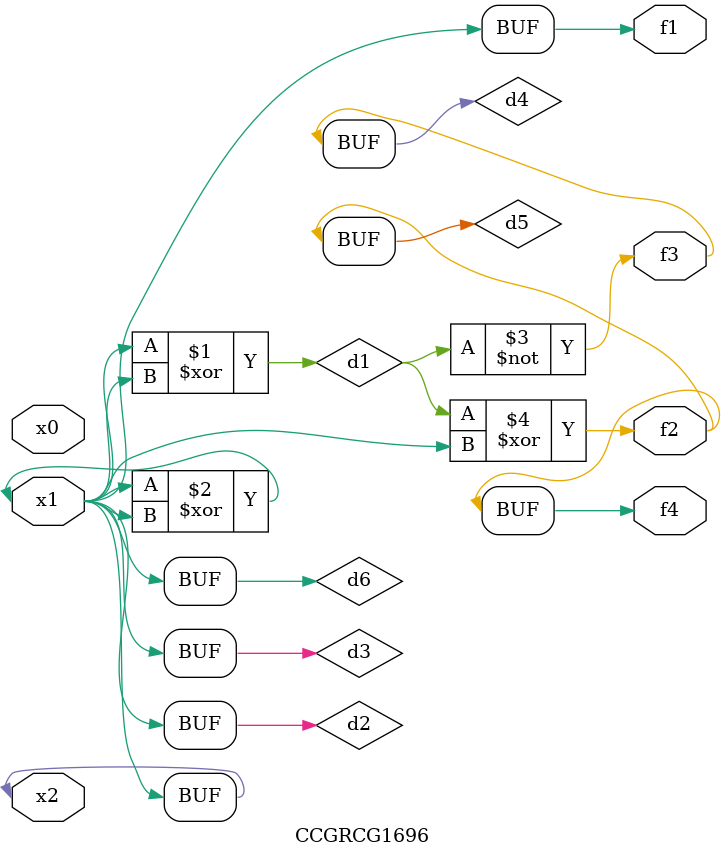
<source format=v>
module CCGRCG1696(
	input x0, x1, x2,
	output f1, f2, f3, f4
);

	wire d1, d2, d3, d4, d5, d6;

	xor (d1, x1, x2);
	buf (d2, x1, x2);
	xor (d3, x1, x2);
	nor (d4, d1);
	xor (d5, d1, d2);
	buf (d6, d2, d3);
	assign f1 = d6;
	assign f2 = d5;
	assign f3 = d4;
	assign f4 = d5;
endmodule

</source>
